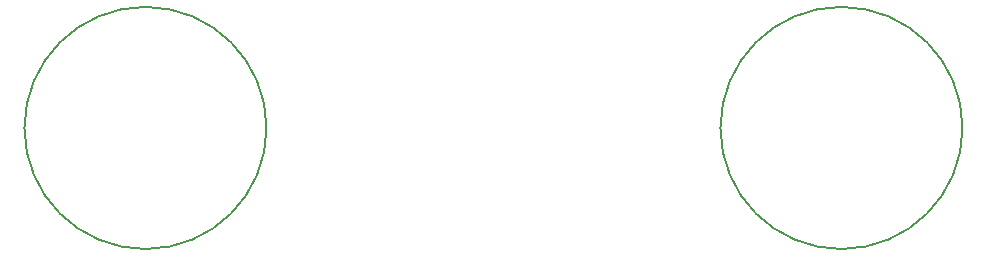
<source format=gbr>
G04 #@! TF.GenerationSoftware,KiCad,Pcbnew,(5.0.0)*
G04 #@! TF.CreationDate,2018-11-20T12:56:54-05:00*
G04 #@! TF.ProjectId,BsidesRock2019,427369646573526F636B323031392E6B,rev?*
G04 #@! TF.SameCoordinates,Original*
G04 #@! TF.FileFunction,Drawing*
%FSLAX46Y46*%
G04 Gerber Fmt 4.6, Leading zero omitted, Abs format (unit mm)*
G04 Created by KiCad (PCBNEW (5.0.0)) date 11/20/18 12:56:54*
%MOMM*%
%LPD*%
G01*
G04 APERTURE LIST*
%ADD10C,0.150000*%
G04 APERTURE END LIST*
D10*
G04 #@! TO.C,BT-2032-1*
X186145000Y-87630000D02*
G75*
G03X186145000Y-87630000I-10250000J0D01*
G01*
G04 #@! TO.C,BT-2032-2*
X127217000Y-87630000D02*
G75*
G03X127217000Y-87630000I-10250000J0D01*
G01*
G04 #@! TD*
M02*

</source>
